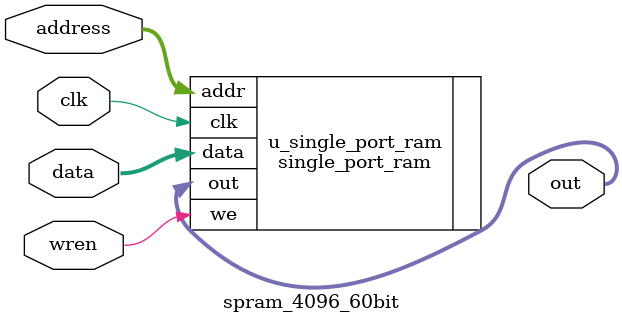
<source format=v>
module spram_4096_60bit (
    clk,
    address,
    wren,
    data,
    out
);
parameter AWIDTH=12;
parameter NUM_WORDS=4096;
parameter DWIDTH=60;
input clk;
input [(AWIDTH-1):0] address;
input  wren;
input [(DWIDTH-1):0] data;
output reg [(DWIDTH-1):0] out;

`ifdef SIMULATION_MEMORY

reg [DWIDTH-1:0] ram[NUM_WORDS-1:0];
always @ (posedge clk) begin 
  if (wren) begin
      ram[address] <= data;
  end
  else begin
      out <= ram[address];
  end
end
  
`else

defparam u_single_port_ram.ADDR_WIDTH = AWIDTH;
defparam u_single_port_ram.DATA_WIDTH = DWIDTH;

single_port_ram u_single_port_ram(
.addr(address),
.we(wren),
.data(data),
.out(out),
.clk(clk)
);

`endif

endmodule


</source>
